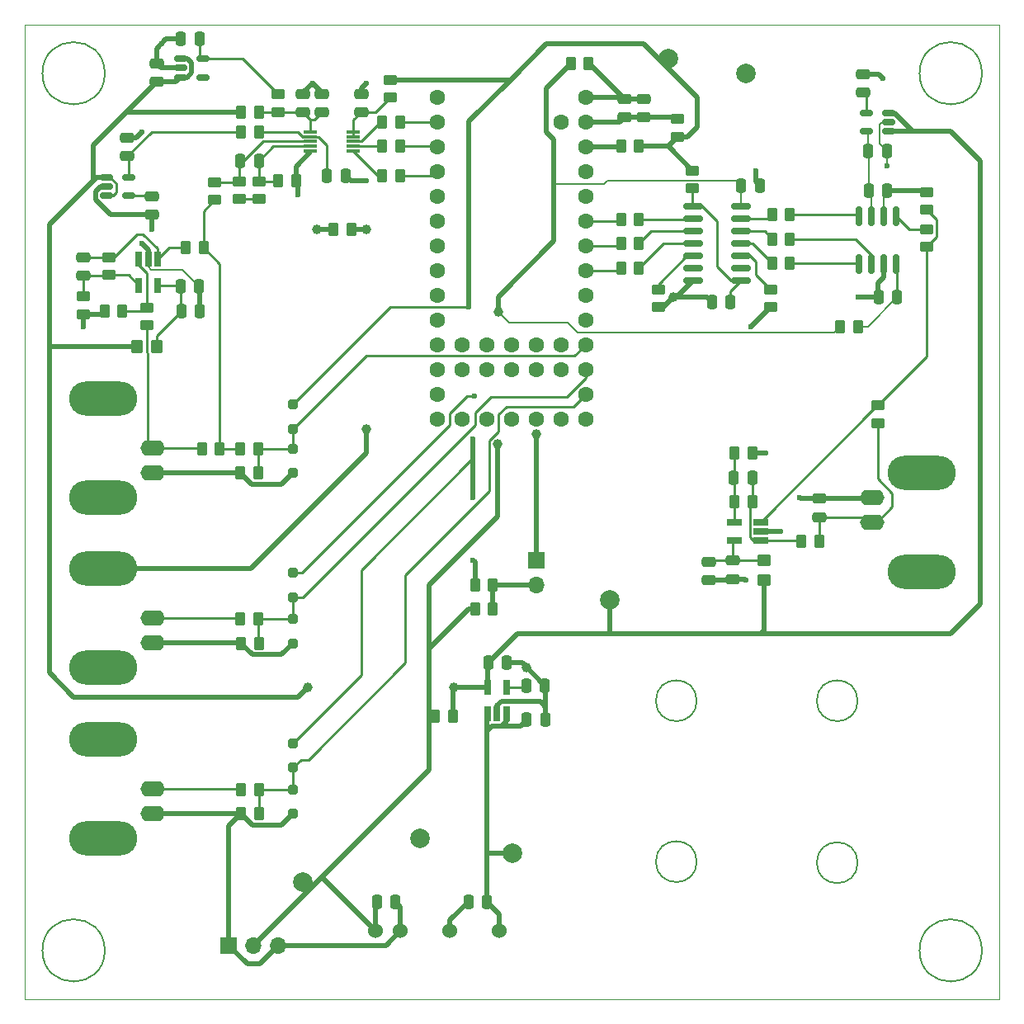
<source format=gtl>
G04 #@! TF.GenerationSoftware,KiCad,Pcbnew,7.0.8-7.0.8~ubuntu22.04.1*
G04 #@! TF.CreationDate,2023-10-06T16:41:22-07:00*
G04 #@! TF.ProjectId,feedbackController,66656564-6261-4636-9b43-6f6e74726f6c,rev?*
G04 #@! TF.SameCoordinates,Original*
G04 #@! TF.FileFunction,Copper,L1,Top*
G04 #@! TF.FilePolarity,Positive*
%FSLAX46Y46*%
G04 Gerber Fmt 4.6, Leading zero omitted, Abs format (unit mm)*
G04 Created by KiCad (PCBNEW 7.0.8-7.0.8~ubuntu22.04.1) date 2023-10-06 16:41:22*
%MOMM*%
%LPD*%
G01*
G04 APERTURE LIST*
G04 Aperture macros list*
%AMRoundRect*
0 Rectangle with rounded corners*
0 $1 Rounding radius*
0 $2 $3 $4 $5 $6 $7 $8 $9 X,Y pos of 4 corners*
0 Add a 4 corners polygon primitive as box body*
4,1,4,$2,$3,$4,$5,$6,$7,$8,$9,$2,$3,0*
0 Add four circle primitives for the rounded corners*
1,1,$1+$1,$2,$3*
1,1,$1+$1,$4,$5*
1,1,$1+$1,$6,$7*
1,1,$1+$1,$8,$9*
0 Add four rect primitives between the rounded corners*
20,1,$1+$1,$2,$3,$4,$5,0*
20,1,$1+$1,$4,$5,$6,$7,0*
20,1,$1+$1,$6,$7,$8,$9,0*
20,1,$1+$1,$8,$9,$2,$3,0*%
G04 Aperture macros list end*
G04 #@! TA.AperFunction,SMDPad,CuDef*
%ADD10RoundRect,0.250000X0.450000X-0.262500X0.450000X0.262500X-0.450000X0.262500X-0.450000X-0.262500X0*%
G04 #@! TD*
G04 #@! TA.AperFunction,SMDPad,CuDef*
%ADD11RoundRect,0.250000X-0.250000X-0.475000X0.250000X-0.475000X0.250000X0.475000X-0.250000X0.475000X0*%
G04 #@! TD*
G04 #@! TA.AperFunction,SMDPad,CuDef*
%ADD12RoundRect,0.250000X-0.262500X-0.450000X0.262500X-0.450000X0.262500X0.450000X-0.262500X0.450000X0*%
G04 #@! TD*
G04 #@! TA.AperFunction,SMDPad,CuDef*
%ADD13RoundRect,0.250000X-0.475000X0.250000X-0.475000X-0.250000X0.475000X-0.250000X0.475000X0.250000X0*%
G04 #@! TD*
G04 #@! TA.AperFunction,SMDPad,CuDef*
%ADD14RoundRect,0.250000X0.262500X0.450000X-0.262500X0.450000X-0.262500X-0.450000X0.262500X-0.450000X0*%
G04 #@! TD*
G04 #@! TA.AperFunction,SMDPad,CuDef*
%ADD15RoundRect,0.250000X-0.450000X0.262500X-0.450000X-0.262500X0.450000X-0.262500X0.450000X0.262500X0*%
G04 #@! TD*
G04 #@! TA.AperFunction,SMDPad,CuDef*
%ADD16RoundRect,0.250000X0.250000X-0.250000X0.250000X0.250000X-0.250000X0.250000X-0.250000X-0.250000X0*%
G04 #@! TD*
G04 #@! TA.AperFunction,SMDPad,CuDef*
%ADD17RoundRect,0.250000X0.475000X-0.250000X0.475000X0.250000X-0.475000X0.250000X-0.475000X-0.250000X0*%
G04 #@! TD*
G04 #@! TA.AperFunction,SMDPad,CuDef*
%ADD18R,0.650000X1.560000*%
G04 #@! TD*
G04 #@! TA.AperFunction,ComponentPad*
%ADD19C,2.000000*%
G04 #@! TD*
G04 #@! TA.AperFunction,SMDPad,CuDef*
%ADD20RoundRect,0.150000X-0.825000X-0.150000X0.825000X-0.150000X0.825000X0.150000X-0.825000X0.150000X0*%
G04 #@! TD*
G04 #@! TA.AperFunction,SMDPad,CuDef*
%ADD21RoundRect,0.250000X0.250000X0.475000X-0.250000X0.475000X-0.250000X-0.475000X0.250000X-0.475000X0*%
G04 #@! TD*
G04 #@! TA.AperFunction,SMDPad,CuDef*
%ADD22RoundRect,0.150000X-0.512500X-0.150000X0.512500X-0.150000X0.512500X0.150000X-0.512500X0.150000X0*%
G04 #@! TD*
G04 #@! TA.AperFunction,ComponentPad*
%ADD23R,1.700000X1.700000*%
G04 #@! TD*
G04 #@! TA.AperFunction,ComponentPad*
%ADD24O,1.700000X1.700000*%
G04 #@! TD*
G04 #@! TA.AperFunction,SMDPad,CuDef*
%ADD25RoundRect,0.150000X-0.150000X0.825000X-0.150000X-0.825000X0.150000X-0.825000X0.150000X0.825000X0*%
G04 #@! TD*
G04 #@! TA.AperFunction,SMDPad,CuDef*
%ADD26R,1.560000X0.650000*%
G04 #@! TD*
G04 #@! TA.AperFunction,ComponentPad*
%ADD27C,1.524000*%
G04 #@! TD*
G04 #@! TA.AperFunction,ComponentPad*
%ADD28O,2.500000X1.600000*%
G04 #@! TD*
G04 #@! TA.AperFunction,ComponentPad*
%ADD29O,7.000000X3.500000*%
G04 #@! TD*
G04 #@! TA.AperFunction,SMDPad,CuDef*
%ADD30RoundRect,0.250000X0.450000X-0.350000X0.450000X0.350000X-0.450000X0.350000X-0.450000X-0.350000X0*%
G04 #@! TD*
G04 #@! TA.AperFunction,SMDPad,CuDef*
%ADD31R,1.400000X0.300000*%
G04 #@! TD*
G04 #@! TA.AperFunction,SMDPad,CuDef*
%ADD32RoundRect,0.250000X0.350000X0.450000X-0.350000X0.450000X-0.350000X-0.450000X0.350000X-0.450000X0*%
G04 #@! TD*
G04 #@! TA.AperFunction,SMDPad,CuDef*
%ADD33RoundRect,0.150000X0.512500X0.150000X-0.512500X0.150000X-0.512500X-0.150000X0.512500X-0.150000X0*%
G04 #@! TD*
G04 #@! TA.AperFunction,ComponentPad*
%ADD34C,1.600000*%
G04 #@! TD*
G04 #@! TA.AperFunction,ViaPad*
%ADD35C,0.600000*%
G04 #@! TD*
G04 #@! TA.AperFunction,ViaPad*
%ADD36C,1.000000*%
G04 #@! TD*
G04 #@! TA.AperFunction,Conductor*
%ADD37C,0.500000*%
G04 #@! TD*
G04 #@! TA.AperFunction,Conductor*
%ADD38C,0.200000*%
G04 #@! TD*
G04 #@! TA.AperFunction,Conductor*
%ADD39C,0.250000*%
G04 #@! TD*
%ADD40C,0.150000*%
G04 #@! TA.AperFunction,Profile*
%ADD41C,0.100000*%
G04 #@! TD*
G04 APERTURE END LIST*
D10*
X115000000Y-79000000D03*
X115000000Y-77175000D03*
D11*
X101450000Y-117850000D03*
X103350000Y-117850000D03*
D12*
X72087500Y-93500000D03*
X73912500Y-93500000D03*
D13*
X78500000Y-57100000D03*
X78500000Y-59000000D03*
D11*
X66050000Y-79385380D03*
X67950000Y-79385380D03*
D14*
X113000000Y-75000000D03*
X111175000Y-75000000D03*
D12*
X72175000Y-128500000D03*
X74000000Y-128500000D03*
D15*
X74000000Y-66087500D03*
X74000000Y-67912500D03*
D16*
X77500000Y-91500000D03*
X77500000Y-89000000D03*
D17*
X84500000Y-59000000D03*
X84500000Y-57100000D03*
D18*
X97500000Y-120700000D03*
X98450000Y-120700000D03*
X99400000Y-120700000D03*
X99400000Y-118000000D03*
X97500000Y-118000000D03*
D14*
X128500000Y-72000000D03*
X126675000Y-72000000D03*
X77825000Y-66000000D03*
X76000000Y-66000000D03*
X128500000Y-69500000D03*
X126675000Y-69500000D03*
D17*
X131500000Y-100560000D03*
X131500000Y-98660000D03*
D18*
X63600000Y-74085380D03*
X62650000Y-74085380D03*
X61700000Y-74085380D03*
X61700000Y-76785380D03*
X63600000Y-76785380D03*
D13*
X63000000Y-67600000D03*
X63000000Y-69500000D03*
D19*
X124000000Y-55000000D03*
D20*
X118525000Y-68690000D03*
X118525000Y-69960000D03*
X118525000Y-71230000D03*
X118525000Y-72500000D03*
X118525000Y-73770000D03*
X118525000Y-75040000D03*
X118525000Y-76310000D03*
X123475000Y-76310000D03*
X123475000Y-75040000D03*
X123475000Y-73770000D03*
X123475000Y-72500000D03*
X123475000Y-71230000D03*
X123475000Y-69960000D03*
X123475000Y-68690000D03*
D14*
X135500000Y-81000000D03*
X133675000Y-81000000D03*
D12*
X66500000Y-72885380D03*
X68325000Y-72885380D03*
D21*
X138500000Y-67000000D03*
X136600000Y-67000000D03*
D14*
X113000000Y-70000000D03*
X111175000Y-70000000D03*
D15*
X62500000Y-79045380D03*
X62500000Y-80870380D03*
D14*
X83500000Y-71000000D03*
X81675000Y-71000000D03*
D17*
X63500000Y-55900000D03*
X63500000Y-54000000D03*
D10*
X58587500Y-75710380D03*
X58587500Y-73885380D03*
D14*
X124650000Y-94000000D03*
X122825000Y-94000000D03*
D11*
X72100000Y-64000000D03*
X74000000Y-64000000D03*
D21*
X97400000Y-140000000D03*
X95500000Y-140000000D03*
D14*
X73912500Y-96000000D03*
X72087500Y-96000000D03*
D16*
X77500000Y-126250000D03*
X77500000Y-123750000D03*
D11*
X122750000Y-96500000D03*
X124650000Y-96500000D03*
D12*
X129675000Y-103000000D03*
X131500000Y-103000000D03*
D22*
X66000000Y-53500000D03*
X66000000Y-54450000D03*
X66000000Y-55400000D03*
X68275000Y-55400000D03*
X68275000Y-53500000D03*
D10*
X56000000Y-79710380D03*
X56000000Y-77885380D03*
X117000000Y-61500000D03*
X117000000Y-59675000D03*
D14*
X128500000Y-74500000D03*
X126675000Y-74500000D03*
D10*
X87500000Y-57500000D03*
X87500000Y-55675000D03*
D23*
X102500000Y-105000000D03*
D24*
X102500000Y-107540000D03*
D25*
X139380000Y-69660000D03*
X138110000Y-69660000D03*
X136840000Y-69660000D03*
X135570000Y-69660000D03*
X135570000Y-74610000D03*
X136840000Y-74610000D03*
X138110000Y-74610000D03*
X139380000Y-74610000D03*
D26*
X125500000Y-102950000D03*
X125500000Y-102000000D03*
X125500000Y-101050000D03*
X122800000Y-101050000D03*
X122800000Y-102950000D03*
D27*
X86000000Y-143000000D03*
X88540000Y-143000000D03*
X93620000Y-143000000D03*
X98700000Y-143000000D03*
D11*
X86100000Y-140000000D03*
X88000000Y-140000000D03*
D12*
X68175000Y-93500000D03*
X70000000Y-93500000D03*
D14*
X113000000Y-62500000D03*
X111175000Y-62500000D03*
D11*
X101500000Y-121350000D03*
X103400000Y-121350000D03*
D17*
X56000000Y-75785380D03*
X56000000Y-73885380D03*
D13*
X80500000Y-57100000D03*
X80500000Y-59000000D03*
D11*
X123500000Y-66500000D03*
X125400000Y-66500000D03*
D28*
X63080000Y-93420000D03*
D29*
X58000000Y-98500000D03*
D28*
X63080000Y-95960000D03*
D29*
X58000000Y-88340000D03*
D16*
X77500000Y-108750000D03*
X77500000Y-106250000D03*
D30*
X125825000Y-107000000D03*
X125825000Y-105000000D03*
D11*
X81000000Y-65500000D03*
X82900000Y-65500000D03*
D23*
X70920000Y-144500000D03*
D24*
X73460000Y-144500000D03*
X76000000Y-144500000D03*
D19*
X100000000Y-135000000D03*
D21*
X67900000Y-51500000D03*
X66000000Y-51500000D03*
D31*
X79300000Y-61000000D03*
X79300000Y-61500000D03*
X79300000Y-62000000D03*
X79300000Y-62500000D03*
X79300000Y-63000000D03*
X83700000Y-63000000D03*
X83700000Y-62500000D03*
X83700000Y-62000000D03*
X83700000Y-61500000D03*
X83700000Y-61000000D03*
D28*
X63080000Y-128420000D03*
D29*
X58000000Y-133500000D03*
D28*
X63080000Y-130960000D03*
D29*
X58000000Y-123340000D03*
D17*
X136000000Y-57000000D03*
X136000000Y-55100000D03*
D14*
X74000000Y-61000000D03*
X72175000Y-61000000D03*
X74000000Y-113500000D03*
X72175000Y-113500000D03*
D19*
X116000000Y-53500000D03*
D14*
X93912500Y-121000000D03*
X92087500Y-121000000D03*
D11*
X65950000Y-76885380D03*
X67850000Y-76885380D03*
D28*
X136920000Y-101080000D03*
D29*
X142000000Y-96000000D03*
D28*
X136920000Y-98540000D03*
D29*
X142000000Y-106160000D03*
D14*
X74000000Y-59000000D03*
X72175000Y-59000000D03*
D17*
X60500000Y-63500000D03*
X60500000Y-61600000D03*
D12*
X86675000Y-62500000D03*
X88500000Y-62500000D03*
D19*
X110000000Y-109000000D03*
D10*
X118500000Y-66825000D03*
X118500000Y-65000000D03*
D13*
X122650000Y-105000000D03*
X122650000Y-106900000D03*
D32*
X63500000Y-83045380D03*
X61500000Y-83045380D03*
D14*
X98000000Y-110000000D03*
X96175000Y-110000000D03*
X113000000Y-72500000D03*
X111175000Y-72500000D03*
X74000000Y-131000000D03*
X72175000Y-131000000D03*
D11*
X97550000Y-115500000D03*
X99450000Y-115500000D03*
D12*
X72087500Y-111000000D03*
X73912500Y-111000000D03*
D15*
X69500000Y-66175000D03*
X69500000Y-68000000D03*
D16*
X77500000Y-113500000D03*
X77500000Y-111000000D03*
D15*
X137500000Y-89087500D03*
X137500000Y-90912500D03*
X142500000Y-67175000D03*
X142500000Y-69000000D03*
D33*
X138637500Y-60950000D03*
X138637500Y-60000000D03*
X138637500Y-59050000D03*
X136362500Y-59050000D03*
X136362500Y-60950000D03*
D15*
X126500000Y-77175000D03*
X126500000Y-79000000D03*
D14*
X98000000Y-107500000D03*
X96175000Y-107500000D03*
D12*
X86675000Y-65500000D03*
X88500000Y-65500000D03*
D19*
X90500000Y-133500000D03*
D11*
X120500000Y-78500000D03*
X122400000Y-78500000D03*
D13*
X120150000Y-105100000D03*
X120150000Y-107000000D03*
D10*
X76000000Y-59000000D03*
X76000000Y-57175000D03*
D16*
X77500000Y-131000000D03*
X77500000Y-128500000D03*
D19*
X78500000Y-138000000D03*
D13*
X111500000Y-57600000D03*
X111500000Y-59500000D03*
D15*
X142500000Y-71000000D03*
X142500000Y-72825000D03*
D21*
X139500000Y-78000000D03*
X137600000Y-78000000D03*
D12*
X86675000Y-60000000D03*
X88500000Y-60000000D03*
D28*
X63080000Y-110920000D03*
D29*
X58000000Y-116000000D03*
D28*
X63080000Y-113460000D03*
D29*
X58000000Y-105840000D03*
D16*
X77500000Y-96000000D03*
X77500000Y-93500000D03*
D10*
X72000000Y-67912500D03*
X72000000Y-66087500D03*
D11*
X136550000Y-63000000D03*
X138450000Y-63000000D03*
D34*
X92300000Y-57460000D03*
X92300000Y-60000000D03*
X92300000Y-62540000D03*
X92300000Y-65080000D03*
X92300000Y-67620000D03*
X92300000Y-70160000D03*
X92300000Y-72700000D03*
X92300000Y-75240000D03*
X92300000Y-77780000D03*
X92300000Y-80320000D03*
X92300000Y-82860000D03*
X92300000Y-85400000D03*
X92300000Y-87940000D03*
X92300000Y-90480000D03*
X94840000Y-90480000D03*
X97380000Y-90480000D03*
X99920000Y-90480000D03*
X102460000Y-90480000D03*
X105000000Y-90480000D03*
X107540000Y-90480000D03*
X107540000Y-87940000D03*
X107540000Y-85400000D03*
X107540000Y-82860000D03*
X107540000Y-80320000D03*
X107540000Y-77780000D03*
X107540000Y-75240000D03*
X107540000Y-72700000D03*
X107540000Y-70160000D03*
X107540000Y-67620000D03*
X107540000Y-65080000D03*
X107540000Y-62540000D03*
X107540000Y-60000000D03*
X107540000Y-57460000D03*
X105000000Y-60000000D03*
X105000000Y-85400000D03*
X105000000Y-82860000D03*
X102460000Y-85400000D03*
X102460000Y-82860000D03*
X99920000Y-85400000D03*
X99920000Y-82860000D03*
X97380000Y-85400000D03*
X97380000Y-82860000D03*
X94840000Y-85400000D03*
X94840000Y-82860000D03*
D12*
X122825000Y-99000000D03*
X124650000Y-99000000D03*
D14*
X107825000Y-54000000D03*
X106000000Y-54000000D03*
D13*
X113500000Y-57600000D03*
X113500000Y-59500000D03*
D12*
X58175000Y-79385380D03*
X60000000Y-79385380D03*
D22*
X58362500Y-65650000D03*
X58362500Y-66600000D03*
X58362500Y-67550000D03*
X60637500Y-67550000D03*
X60637500Y-65650000D03*
D35*
X138500000Y-64500000D03*
D36*
X101500000Y-116000000D03*
D35*
X129500000Y-98500000D03*
X140500000Y-67000000D03*
X126000000Y-94000000D03*
X78000000Y-67500000D03*
X138000000Y-55500000D03*
X63000000Y-71000000D03*
X79500000Y-56000000D03*
X62000000Y-72500000D03*
D36*
X80000000Y-71000000D03*
D35*
X127500000Y-102000000D03*
X124000000Y-107000000D03*
X62000000Y-61000000D03*
X56000000Y-81045380D03*
X64000000Y-52000000D03*
D36*
X98564000Y-79500000D03*
X98500000Y-93000000D03*
X85000000Y-91500000D03*
X116500000Y-78000000D03*
D35*
X125000000Y-65000000D03*
X85000000Y-56000000D03*
D36*
X85000000Y-71000000D03*
X102500000Y-92000000D03*
D35*
X124500000Y-81000000D03*
X85000000Y-66000000D03*
X135500000Y-78000000D03*
D36*
X79000000Y-118000000D03*
X94000000Y-118000000D03*
D35*
X96000000Y-105000000D03*
X95501738Y-79000000D03*
X96000000Y-98500000D03*
X95992000Y-92500000D03*
X96090000Y-88090000D03*
D37*
X140500000Y-67000000D02*
X142325000Y-67000000D01*
X103400000Y-121350000D02*
X103400000Y-120000000D01*
D38*
X137675000Y-60300000D02*
X137975000Y-60000000D01*
D37*
X56000000Y-79710380D02*
X56000000Y-81045380D01*
X62000000Y-72500000D02*
X62650000Y-73150000D01*
X78500000Y-57000000D02*
X79500000Y-56000000D01*
D38*
X62950000Y-75165380D02*
X66130000Y-75165380D01*
D37*
X138500000Y-67000000D02*
X140500000Y-67000000D01*
X72087500Y-96000000D02*
X62620000Y-96000000D01*
X131500000Y-98660000D02*
X137300000Y-98660000D01*
X73237500Y-97150000D02*
X76350000Y-97150000D01*
X63500000Y-52500000D02*
X64500000Y-51500000D01*
X67950000Y-76985380D02*
X67850000Y-76885380D01*
X58801472Y-69500000D02*
X63000000Y-69500000D01*
X101000000Y-115500000D02*
X99450000Y-115500000D01*
X56000000Y-79710380D02*
X57850000Y-79710380D01*
X98450000Y-120700000D02*
X98450000Y-119908604D01*
X58362500Y-66600000D02*
X57801472Y-66600000D01*
X98888604Y-119470000D02*
X102870000Y-119470000D01*
X72087500Y-96000000D02*
X73237500Y-97150000D01*
D38*
X62650000Y-74085380D02*
X62650000Y-74865380D01*
D37*
X78000000Y-66175000D02*
X77825000Y-66000000D01*
X142325000Y-67000000D02*
X142500000Y-67175000D01*
X63000000Y-71000000D02*
X63000000Y-69500000D01*
X77825000Y-64575000D02*
X79300000Y-63100000D01*
X103400000Y-117900000D02*
X103350000Y-117850000D01*
X80000000Y-71000000D02*
X81675000Y-71000000D01*
X64500000Y-51500000D02*
X66000000Y-51500000D01*
X78000000Y-67500000D02*
X78000000Y-66175000D01*
X77825000Y-66000000D02*
X77825000Y-64575000D01*
X78500000Y-57100000D02*
X78500000Y-57000000D01*
X80500000Y-57000000D02*
X79500000Y-56000000D01*
D38*
X62650000Y-74865380D02*
X62950000Y-75165380D01*
X66130000Y-75165380D02*
X67850000Y-76885380D01*
D37*
X129660000Y-98660000D02*
X129500000Y-98500000D01*
X57250000Y-67151472D02*
X57250000Y-67948528D01*
D38*
X138500000Y-64500000D02*
X138500000Y-63050000D01*
X138110000Y-67390000D02*
X138500000Y-67000000D01*
D37*
X66000000Y-54450000D02*
X63950000Y-54450000D01*
X57250000Y-67948528D02*
X58801472Y-69500000D01*
X61400000Y-61600000D02*
X62000000Y-61000000D01*
X76350000Y-97150000D02*
X77500000Y-96000000D01*
X93620000Y-143000000D02*
X93620000Y-141880000D01*
D38*
X137975000Y-60000000D02*
X138637500Y-60000000D01*
D37*
X80500000Y-57100000D02*
X80500000Y-57000000D01*
D38*
X138450000Y-63000000D02*
X137675000Y-62225000D01*
D37*
X136000000Y-55100000D02*
X137600000Y-55100000D01*
X120150000Y-107000000D02*
X122550000Y-107000000D01*
X122650000Y-106900000D02*
X123900000Y-106900000D01*
X60500000Y-61600000D02*
X61400000Y-61600000D01*
D38*
X137675000Y-62225000D02*
X137675000Y-60300000D01*
D37*
X131500000Y-98660000D02*
X129660000Y-98660000D01*
X102870000Y-119470000D02*
X103400000Y-120000000D01*
X103350000Y-117850000D02*
X101000000Y-115500000D01*
X137600000Y-55100000D02*
X138000000Y-55500000D01*
X122550000Y-107000000D02*
X122650000Y-106900000D01*
X124650000Y-94000000D02*
X126000000Y-94000000D01*
X125500000Y-102000000D02*
X127500000Y-102000000D01*
D38*
X138110000Y-69660000D02*
X138110000Y-67390000D01*
D37*
X63500000Y-54000000D02*
X63500000Y-52500000D01*
X98450000Y-119908604D02*
X98888604Y-119470000D01*
X67950000Y-79385380D02*
X67950000Y-76985380D01*
D38*
X138500000Y-63050000D02*
X138450000Y-63000000D01*
D37*
X57801472Y-66600000D02*
X57250000Y-67151472D01*
X93620000Y-141880000D02*
X95500000Y-140000000D01*
X123900000Y-106900000D02*
X124000000Y-107000000D01*
X62650000Y-73150000D02*
X62650000Y-74085380D01*
X57850000Y-79710380D02*
X58175000Y-79385380D01*
X63950000Y-54450000D02*
X63500000Y-54000000D01*
X103400000Y-120000000D02*
X103400000Y-117900000D01*
X98564000Y-79500000D02*
X98564000Y-77936000D01*
D38*
X109795852Y-66004148D02*
X109400000Y-66400000D01*
D37*
X91500000Y-107500000D02*
X91500000Y-114000000D01*
D38*
X123500000Y-66500000D02*
X123004148Y-66004148D01*
X109400000Y-66400000D02*
X104372000Y-66400000D01*
D37*
X103500000Y-61000000D02*
X103500000Y-56500000D01*
X104272000Y-61772000D02*
X103500000Y-61000000D01*
X80480000Y-137480000D02*
X73460000Y-144500000D01*
X104272000Y-66500000D02*
X104272000Y-61772000D01*
D38*
X104372000Y-66400000D02*
X104272000Y-66500000D01*
D37*
X86000000Y-143000000D02*
X86000000Y-140100000D01*
D38*
X123475000Y-68690000D02*
X123475000Y-66525000D01*
D37*
X91500000Y-126460000D02*
X80480000Y-137480000D01*
D38*
X99664000Y-80600000D02*
X105702384Y-80600000D01*
X106702384Y-81600000D02*
X133075000Y-81600000D01*
D37*
X91500000Y-114000000D02*
X95500000Y-110000000D01*
X103500000Y-56500000D02*
X106000000Y-54000000D01*
D38*
X123475000Y-66525000D02*
X123500000Y-66500000D01*
D37*
X86000000Y-140100000D02*
X86100000Y-140000000D01*
X95500000Y-110000000D02*
X96175000Y-110000000D01*
X104272000Y-72228000D02*
X104272000Y-66500000D01*
D38*
X98564000Y-79500000D02*
X99664000Y-80600000D01*
D37*
X98500000Y-100500000D02*
X91500000Y-107500000D01*
X98500000Y-93000000D02*
X98500000Y-100500000D01*
D38*
X133075000Y-81600000D02*
X133675000Y-81000000D01*
D37*
X86000000Y-143000000D02*
X80480000Y-137480000D01*
X98564000Y-77936000D02*
X104272000Y-72228000D01*
D38*
X105702384Y-80600000D02*
X106702384Y-81600000D01*
D37*
X91500000Y-114000000D02*
X91500000Y-126460000D01*
D38*
X123004148Y-66004148D02*
X109795852Y-66004148D01*
D39*
X60637500Y-63637500D02*
X60500000Y-63500000D01*
X60637500Y-65650000D02*
X60637500Y-63637500D01*
X60500000Y-63500000D02*
X63000000Y-61000000D01*
X63000000Y-61000000D02*
X72175000Y-61000000D01*
D37*
X72135000Y-130960000D02*
X72175000Y-131000000D01*
X107540000Y-60000000D02*
X111000000Y-60000000D01*
X72175000Y-131000000D02*
X73325000Y-132150000D01*
X72820000Y-146400000D02*
X74100000Y-146400000D01*
X70920000Y-144500000D02*
X72820000Y-146400000D01*
X72135000Y-113460000D02*
X72175000Y-113500000D01*
X102500000Y-92000000D02*
X102500000Y-105000000D01*
X76350000Y-114650000D02*
X77500000Y-113500000D01*
X73325000Y-114650000D02*
X76350000Y-114650000D01*
X125000000Y-65000000D02*
X125000000Y-66100000D01*
X73160000Y-105840000D02*
X85000000Y-94000000D01*
X138110000Y-74610000D02*
X138110000Y-75890000D01*
X85000000Y-94000000D02*
X85000000Y-91500000D01*
X84500000Y-56500000D02*
X85000000Y-56000000D01*
X120000000Y-78000000D02*
X120500000Y-78500000D01*
X111500000Y-59500000D02*
X113500000Y-59500000D01*
X116500000Y-78000000D02*
X120000000Y-78000000D01*
X76350000Y-132150000D02*
X77500000Y-131000000D01*
X88540000Y-143000000D02*
X88540000Y-140540000D01*
X83400000Y-66000000D02*
X85000000Y-66000000D01*
X126500000Y-79000000D02*
X124500000Y-81000000D01*
X113500000Y-59500000D02*
X116825000Y-59500000D01*
X85000000Y-71000000D02*
X83500000Y-71000000D01*
X74100000Y-146400000D02*
X76000000Y-144500000D01*
X111000000Y-60000000D02*
X111500000Y-59500000D01*
X70920000Y-132255000D02*
X72175000Y-131000000D01*
X125000000Y-66100000D02*
X125400000Y-66500000D01*
X135500000Y-78000000D02*
X137600000Y-78000000D01*
X87040000Y-144500000D02*
X88540000Y-143000000D01*
X115500000Y-79000000D02*
X115000000Y-79000000D01*
X72175000Y-113500000D02*
X73325000Y-114650000D01*
X138110000Y-75890000D02*
X137500000Y-76500000D01*
X62580000Y-130960000D02*
X72135000Y-130960000D01*
X82900000Y-65500000D02*
X83400000Y-66000000D01*
X116500000Y-78000000D02*
X116835000Y-78000000D01*
X137500000Y-77900000D02*
X137600000Y-78000000D01*
X116835000Y-78000000D02*
X118525000Y-76310000D01*
X116500000Y-78000000D02*
X115500000Y-79000000D01*
X84500000Y-57100000D02*
X84500000Y-56500000D01*
X73325000Y-132150000D02*
X76350000Y-132150000D01*
X76000000Y-144500000D02*
X87040000Y-144500000D01*
X137500000Y-76500000D02*
X137500000Y-77900000D01*
X88540000Y-140540000D02*
X88000000Y-140000000D01*
X62580000Y-113460000D02*
X72135000Y-113460000D01*
X57500000Y-105840000D02*
X73160000Y-105840000D01*
X70920000Y-144500000D02*
X70920000Y-132255000D01*
X116825000Y-59500000D02*
X117000000Y-59675000D01*
D39*
X72325000Y-53500000D02*
X72412500Y-53587500D01*
X67900000Y-53125000D02*
X68275000Y-53500000D01*
X67900000Y-51500000D02*
X67900000Y-53125000D01*
X68275000Y-53500000D02*
X72325000Y-53500000D01*
X72412500Y-53587500D02*
X76000000Y-57175000D01*
X137500000Y-90912500D02*
X137500000Y-96586122D01*
X131500000Y-103000000D02*
X131500000Y-100560000D01*
X131500000Y-100560000D02*
X136900000Y-100560000D01*
X136900000Y-100560000D02*
X137420000Y-101080000D01*
X137500000Y-96586122D02*
X138995000Y-98081122D01*
X138995000Y-98081122D02*
X138995000Y-99505000D01*
X138995000Y-99505000D02*
X137420000Y-101080000D01*
X77500000Y-108750000D02*
X78506588Y-108750000D01*
X107540000Y-86260000D02*
X107540000Y-85400000D01*
X73912500Y-111000000D02*
X77500000Y-111000000D01*
X77500000Y-111000000D02*
X77500000Y-108750000D01*
X97800000Y-88200000D02*
X105600000Y-88200000D01*
X105600000Y-88200000D02*
X107540000Y-86260000D01*
X73912500Y-111000000D02*
X73912500Y-113412500D01*
X96200000Y-89800000D02*
X97800000Y-88200000D01*
X73912500Y-113412500D02*
X74000000Y-113500000D01*
X78506588Y-108750000D02*
X96200000Y-91056588D01*
X96200000Y-91056588D02*
X96200000Y-89800000D01*
X62500000Y-83658554D02*
X62500000Y-80870380D01*
X62580000Y-83738554D02*
X62500000Y-83658554D01*
X68175000Y-93500000D02*
X68095000Y-93420000D01*
X68095000Y-93420000D02*
X62580000Y-93420000D01*
X62580000Y-93420000D02*
X62580000Y-83738554D01*
X72007500Y-110920000D02*
X72087500Y-111000000D01*
X62580000Y-110920000D02*
X72007500Y-110920000D01*
X62580000Y-128420000D02*
X72095000Y-128420000D01*
X72095000Y-128420000D02*
X72175000Y-128500000D01*
D37*
X102460000Y-107500000D02*
X102500000Y-107540000D01*
X98000000Y-107500000D02*
X102460000Y-107500000D01*
X98000000Y-110000000D02*
X98000000Y-107500000D01*
X97400000Y-140000000D02*
X97400000Y-135000000D01*
X97400000Y-122500000D02*
X97400000Y-120800000D01*
X99400000Y-121491396D02*
X99400000Y-120700000D01*
X98891396Y-122000000D02*
X97900000Y-122000000D01*
X98891396Y-122000000D02*
X99400000Y-121491396D01*
X97400000Y-135000000D02*
X97400000Y-122500000D01*
X98700000Y-143000000D02*
X98700000Y-141300000D01*
X100850000Y-122000000D02*
X101500000Y-121350000D01*
X97400000Y-120800000D02*
X97500000Y-120700000D01*
X97400000Y-135000000D02*
X100000000Y-135000000D01*
X98891396Y-122000000D02*
X100850000Y-122000000D01*
X98700000Y-141300000D02*
X97400000Y-140000000D01*
X97900000Y-122000000D02*
X97400000Y-122500000D01*
X148000000Y-64000000D02*
X148000000Y-109500000D01*
X97500000Y-118000000D02*
X97500000Y-115550000D01*
X66662500Y-53500000D02*
X67112500Y-53950000D01*
X57000000Y-66000000D02*
X57000000Y-62400000D01*
X93912500Y-118087500D02*
X94000000Y-118000000D01*
X58362500Y-65650000D02*
X57350000Y-65650000D01*
X52500000Y-116500000D02*
X55000000Y-119000000D01*
X78000000Y-119000000D02*
X79000000Y-118000000D01*
X60500000Y-59000000D02*
X72175000Y-59000000D01*
X93912500Y-121000000D02*
X93912500Y-118087500D01*
X65500000Y-55900000D02*
X66000000Y-55400000D01*
D39*
X59025000Y-67550000D02*
X58362500Y-67550000D01*
D37*
X52545380Y-83045380D02*
X52500000Y-83000000D01*
X94000000Y-118000000D02*
X97500000Y-118000000D01*
D39*
X59350000Y-66253248D02*
X59350000Y-67225000D01*
D37*
X139198528Y-59050000D02*
X141000000Y-60851472D01*
X52500000Y-83000000D02*
X52500000Y-116500000D01*
D39*
X58362500Y-65650000D02*
X58746752Y-65650000D01*
D37*
X97550000Y-115500000D02*
X100550000Y-112500000D01*
X60450000Y-58950000D02*
X63500000Y-55900000D01*
X67112500Y-53950000D02*
X67112500Y-54950000D01*
X141000000Y-60851472D02*
X141000000Y-60950000D01*
X52500000Y-70500000D02*
X52500000Y-83000000D01*
D39*
X58746752Y-65650000D02*
X59350000Y-66253248D01*
D37*
X138637500Y-60950000D02*
X141000000Y-60950000D01*
X141000000Y-60950000D02*
X144950000Y-60950000D01*
X145000000Y-112500000D02*
X125500000Y-112500000D01*
X55000000Y-119000000D02*
X78000000Y-119000000D01*
X97500000Y-115550000D02*
X97550000Y-115500000D01*
X144950000Y-60950000D02*
X148000000Y-64000000D01*
X57350000Y-65650000D02*
X57000000Y-66000000D01*
X148000000Y-109500000D02*
X145000000Y-112500000D01*
X110000000Y-112500000D02*
X125500000Y-112500000D01*
D39*
X59350000Y-67225000D02*
X59025000Y-67550000D01*
D37*
X110000000Y-112500000D02*
X110000000Y-109000000D01*
X57000000Y-62400000D02*
X60450000Y-58950000D01*
X125825000Y-107000000D02*
X125825000Y-112175000D01*
X100550000Y-112500000D02*
X110000000Y-112500000D01*
X67112500Y-54950000D02*
X66662500Y-55400000D01*
X57000000Y-66000000D02*
X52500000Y-70500000D01*
X63500000Y-55900000D02*
X65500000Y-55900000D01*
X61500000Y-83045380D02*
X52545380Y-83045380D01*
X66662500Y-55400000D02*
X66000000Y-55400000D01*
X138637500Y-59050000D02*
X139198528Y-59050000D01*
X125825000Y-112175000D02*
X125500000Y-112500000D01*
X60450000Y-58950000D02*
X60500000Y-59000000D01*
X66000000Y-53500000D02*
X66662500Y-53500000D01*
D39*
X120250000Y-105000000D02*
X120150000Y-105100000D01*
X122650000Y-105000000D02*
X122650000Y-103100000D01*
X122650000Y-105000000D02*
X120250000Y-105000000D01*
X122650000Y-105000000D02*
X125150000Y-105000000D01*
X122650000Y-103100000D02*
X122800000Y-102950000D01*
X122800000Y-94025000D02*
X122825000Y-94000000D01*
X122800000Y-101050000D02*
X122800000Y-94025000D01*
D38*
X136550000Y-61137500D02*
X136362500Y-60950000D01*
X136840000Y-69660000D02*
X136840000Y-67240000D01*
X136600000Y-67000000D02*
X136600000Y-63050000D01*
X136550000Y-63000000D02*
X136550000Y-61137500D01*
X136840000Y-67240000D02*
X136600000Y-67000000D01*
X136600000Y-63050000D02*
X136550000Y-63000000D01*
D39*
X136362500Y-57362500D02*
X136000000Y-57000000D01*
X136362500Y-59050000D02*
X136362500Y-57362500D01*
D37*
X113500000Y-52000000D02*
X103500000Y-52000000D01*
X116000000Y-62500000D02*
X118500000Y-65000000D01*
D39*
X87500000Y-79000000D02*
X77500000Y-89000000D01*
D37*
X95501738Y-79000000D02*
X95568000Y-78933738D01*
X96175000Y-107500000D02*
X96175000Y-105175000D01*
X118000000Y-61500000D02*
X119000000Y-60500000D01*
D39*
X78465294Y-106250000D02*
X77500000Y-106250000D01*
X84500000Y-116750000D02*
X77500000Y-123750000D01*
D37*
X95568000Y-78933738D02*
X95568000Y-59932000D01*
D39*
X84500000Y-106000000D02*
X84500000Y-116750000D01*
D37*
X119000000Y-57500000D02*
X113500000Y-52000000D01*
X113000000Y-62500000D02*
X116000000Y-62500000D01*
X96175000Y-105175000D02*
X96000000Y-105000000D01*
D39*
X96090000Y-88090000D02*
X95410000Y-88090000D01*
X95992000Y-94508000D02*
X84500000Y-106000000D01*
X95410000Y-88090000D02*
X93600000Y-89900000D01*
X95501738Y-79000000D02*
X87500000Y-79000000D01*
D37*
X117000000Y-61500000D02*
X118000000Y-61500000D01*
X95992000Y-92500000D02*
X95992000Y-98492000D01*
X95568000Y-59932000D02*
X99825000Y-55675000D01*
X119000000Y-60500000D02*
X119000000Y-57500000D01*
D39*
X93600000Y-91115294D02*
X78465294Y-106250000D01*
D37*
X103500000Y-52000000D02*
X99825000Y-55675000D01*
X116000000Y-62500000D02*
X117000000Y-61500000D01*
X95992000Y-98492000D02*
X96000000Y-98500000D01*
D39*
X93600000Y-89900000D02*
X93600000Y-91115294D01*
D37*
X99825000Y-55675000D02*
X87500000Y-55675000D01*
D39*
X142500000Y-72825000D02*
X143525000Y-71800000D01*
X143525000Y-70025000D02*
X142500000Y-69000000D01*
X137500000Y-89087500D02*
X137462500Y-89087500D01*
X137462500Y-89087500D02*
X125500000Y-101050000D01*
X142500000Y-84087500D02*
X137500000Y-89087500D01*
X143525000Y-71800000D02*
X143525000Y-70025000D01*
X142500000Y-72825000D02*
X142500000Y-84087500D01*
X56000000Y-77885380D02*
X56000000Y-75785380D01*
X58512500Y-75785380D02*
X58587500Y-75710380D01*
X56500000Y-75785380D02*
X58512500Y-75785380D01*
X58587500Y-75710380D02*
X60625000Y-75710380D01*
X60625000Y-75710380D02*
X61700000Y-76785380D01*
X58587500Y-73885380D02*
X56500000Y-73885380D01*
X63600000Y-72985380D02*
X63600000Y-74085380D01*
X64800000Y-72885380D02*
X66500000Y-72885380D01*
X63600000Y-74085380D02*
X64800000Y-72885380D01*
X61500000Y-71500000D02*
X62114620Y-71500000D01*
X61500000Y-71500000D02*
X59114620Y-73885380D01*
X59114620Y-73885380D02*
X58587500Y-73885380D01*
X62114620Y-71500000D02*
X63600000Y-72985380D01*
X63600000Y-76785380D02*
X65850000Y-76785380D01*
X63500000Y-83045380D02*
X63500000Y-81935380D01*
X63500000Y-81935380D02*
X66050000Y-79385380D01*
X65950000Y-76885380D02*
X65950000Y-79285380D01*
X65850000Y-76785380D02*
X65950000Y-76885380D01*
X65950000Y-79285380D02*
X66050000Y-79385380D01*
X79300000Y-62000000D02*
X74461826Y-62000000D01*
X71912500Y-66175000D02*
X72000000Y-66087500D01*
X72461826Y-64000000D02*
X72100000Y-64000000D01*
X74461826Y-62000000D02*
X72461826Y-64000000D01*
X69500000Y-66175000D02*
X71912500Y-66175000D01*
X72000000Y-66087500D02*
X72000000Y-64100000D01*
X72000000Y-64100000D02*
X72100000Y-64000000D01*
X75500000Y-62500000D02*
X79300000Y-62500000D01*
X74000000Y-66087500D02*
X75912500Y-66087500D01*
X74000000Y-66087500D02*
X74000000Y-64000000D01*
X74000000Y-64000000D02*
X75500000Y-62500000D01*
X75912500Y-66087500D02*
X76000000Y-66000000D01*
X79300000Y-59800000D02*
X79700000Y-59800000D01*
X79700000Y-59800000D02*
X80500000Y-59000000D01*
X79300000Y-59800000D02*
X78500000Y-59000000D01*
X74000000Y-59000000D02*
X78500000Y-59000000D01*
X79300000Y-61000000D02*
X79300000Y-59800000D01*
X81000000Y-62390380D02*
X81000000Y-65500000D01*
X78490380Y-61500000D02*
X79300000Y-61500000D01*
X74000000Y-61000000D02*
X77990380Y-61000000D01*
X80109620Y-61500000D02*
X81000000Y-62390380D01*
X77990380Y-61000000D02*
X78490380Y-61500000D01*
X79300000Y-61500000D02*
X80109620Y-61500000D01*
X84500000Y-59000000D02*
X86000000Y-59000000D01*
X86000000Y-59000000D02*
X87500000Y-57500000D01*
X83700000Y-59800000D02*
X84500000Y-59000000D01*
X83700000Y-61000000D02*
X83700000Y-59800000D01*
X83700000Y-61500000D02*
X83700000Y-61000000D01*
X121000000Y-70190000D02*
X121000000Y-74810000D01*
X118500000Y-68665000D02*
X118525000Y-68690000D01*
X122500000Y-76310000D02*
X123475000Y-76310000D01*
X122400000Y-77385000D02*
X123475000Y-76310000D01*
X118525000Y-68690000D02*
X119500000Y-68690000D01*
X122400000Y-78500000D02*
X122400000Y-77385000D01*
X119500000Y-68690000D02*
X121000000Y-70190000D01*
X121000000Y-74810000D02*
X122500000Y-76310000D01*
X118500000Y-66825000D02*
X118500000Y-68665000D01*
D37*
X107540000Y-57460000D02*
X111360000Y-57460000D01*
X107825000Y-54000000D02*
X107900000Y-54000000D01*
X111500000Y-57600000D02*
X113500000Y-57600000D01*
X107900000Y-54000000D02*
X111500000Y-57600000D01*
X111360000Y-57460000D02*
X111500000Y-57600000D01*
D39*
X124720000Y-102950000D02*
X125500000Y-102950000D01*
X124650000Y-99000000D02*
X124650000Y-96500000D01*
X124650000Y-99000000D02*
X124395000Y-99255000D01*
X124395000Y-99255000D02*
X124395000Y-102625000D01*
X129625000Y-102950000D02*
X129675000Y-103000000D01*
X124395000Y-102625000D02*
X124720000Y-102950000D01*
X125500000Y-102950000D02*
X129625000Y-102950000D01*
D38*
X135500000Y-81000000D02*
X136500000Y-81000000D01*
X136500000Y-81000000D02*
X139500000Y-78000000D01*
D39*
X139500000Y-74730000D02*
X139380000Y-74610000D01*
X139500000Y-78000000D02*
X139500000Y-74730000D01*
X60637500Y-67550000D02*
X62950000Y-67550000D01*
X101300000Y-118000000D02*
X101450000Y-117850000D01*
X99400000Y-118000000D02*
X101300000Y-118000000D01*
X78325000Y-125425000D02*
X79075000Y-125425000D01*
X106280000Y-89200000D02*
X107540000Y-87940000D01*
X89000000Y-115500000D02*
X89000000Y-106500000D01*
X77500000Y-126250000D02*
X78325000Y-125425000D01*
X79075000Y-125425000D02*
X89000000Y-115500000D01*
X77500000Y-128500000D02*
X77500000Y-126250000D01*
X89000000Y-106500000D02*
X97675000Y-97825000D01*
X74000000Y-128500000D02*
X77500000Y-128500000D01*
X98600000Y-91733273D02*
X98600000Y-90000000D01*
X97675000Y-92658273D02*
X98600000Y-91733273D01*
X99400000Y-89200000D02*
X106280000Y-89200000D01*
X74000000Y-131000000D02*
X74000000Y-128500000D01*
X98600000Y-90000000D02*
X99400000Y-89200000D01*
X97675000Y-97825000D02*
X97675000Y-92658273D01*
X73912500Y-96000000D02*
X73912500Y-93500000D01*
X77500000Y-91500000D02*
X85000000Y-84000000D01*
X73912500Y-93500000D02*
X77500000Y-93500000D01*
X85000000Y-84000000D02*
X106400000Y-84000000D01*
X106400000Y-84000000D02*
X107540000Y-82860000D01*
X77500000Y-93500000D02*
X77500000Y-91500000D01*
X60000000Y-79385380D02*
X62325000Y-79385380D01*
X62500000Y-75500000D02*
X61700000Y-74700000D01*
X62500000Y-79045380D02*
X62500000Y-75500000D01*
X61700000Y-74700000D02*
X61700000Y-74085380D01*
X70000000Y-93500000D02*
X70000000Y-74560380D01*
X70000000Y-74560380D02*
X68325000Y-72885380D01*
X70000000Y-93500000D02*
X72087500Y-93500000D01*
X68325000Y-72885380D02*
X68325000Y-69175000D01*
X68325000Y-69175000D02*
X69500000Y-68000000D01*
X72000000Y-67912500D02*
X74000000Y-67912500D01*
X88500000Y-60000000D02*
X92300000Y-60000000D01*
X83700000Y-62000000D02*
X84509620Y-62000000D01*
X86509620Y-60000000D02*
X86675000Y-60000000D01*
X84509620Y-62000000D02*
X86509620Y-60000000D01*
X88500000Y-62500000D02*
X92260000Y-62500000D01*
X92260000Y-62500000D02*
X92300000Y-62540000D01*
X83700000Y-62500000D02*
X86675000Y-62500000D01*
X91880000Y-65500000D02*
X92300000Y-65080000D01*
X88500000Y-65500000D02*
X91880000Y-65500000D01*
X86200000Y-65500000D02*
X86675000Y-65500000D01*
X83700000Y-63000000D02*
X86200000Y-65500000D01*
X113000000Y-70000000D02*
X118485000Y-70000000D01*
X118485000Y-70000000D02*
X118525000Y-69960000D01*
X107540000Y-70160000D02*
X111015000Y-70160000D01*
X111015000Y-70160000D02*
X111175000Y-70000000D01*
X113000000Y-72500000D02*
X114270000Y-71230000D01*
X114270000Y-71230000D02*
X118525000Y-71230000D01*
X110975000Y-72700000D02*
X111175000Y-72500000D01*
X107540000Y-72700000D02*
X110975000Y-72700000D01*
X115500000Y-72500000D02*
X118525000Y-72500000D01*
X113000000Y-75000000D02*
X115500000Y-72500000D01*
X107540000Y-75240000D02*
X110935000Y-75240000D01*
X110935000Y-75240000D02*
X111175000Y-75000000D01*
X115000000Y-76662500D02*
X117892500Y-73770000D01*
X115000000Y-77175000D02*
X115000000Y-76662500D01*
X117892500Y-73770000D02*
X118525000Y-73770000D01*
X125000000Y-74320000D02*
X125000000Y-75675000D01*
X123475000Y-73770000D02*
X124450000Y-73770000D01*
X125000000Y-75675000D02*
X126500000Y-77175000D01*
X124450000Y-73770000D02*
X125000000Y-74320000D01*
X128500000Y-69500000D02*
X135410000Y-69500000D01*
X135410000Y-69500000D02*
X135570000Y-69660000D01*
X123475000Y-69960000D02*
X126215000Y-69960000D01*
X126215000Y-69960000D02*
X126675000Y-69500000D01*
X128500000Y-72000000D02*
X135205000Y-72000000D01*
X136840000Y-73635000D02*
X136840000Y-74610000D01*
X135205000Y-72000000D02*
X136840000Y-73635000D01*
X125905000Y-71230000D02*
X126675000Y-72000000D01*
X123475000Y-71230000D02*
X125905000Y-71230000D01*
X128500000Y-74500000D02*
X135460000Y-74500000D01*
X135460000Y-74500000D02*
X135570000Y-74610000D01*
X124675000Y-72500000D02*
X126675000Y-74500000D01*
X123475000Y-72500000D02*
X124675000Y-72500000D01*
D37*
X111135000Y-62540000D02*
X111175000Y-62500000D01*
X107540000Y-62540000D02*
X111135000Y-62540000D01*
D39*
X142500000Y-71000000D02*
X140720000Y-71000000D01*
X140720000Y-71000000D02*
X139380000Y-69660000D01*
D40*
X135450000Y-119380000D02*
G75*
G03*
X135450000Y-119380000I-2100000J0D01*
G01*
X148200000Y-55000000D02*
G75*
G03*
X148200000Y-55000000I-3200000J0D01*
G01*
X58200000Y-55000000D02*
G75*
G03*
X58200000Y-55000000I-3200000J0D01*
G01*
X118940000Y-119380000D02*
G75*
G03*
X118940000Y-119380000I-2100000J0D01*
G01*
X148200000Y-145000000D02*
G75*
G03*
X148200000Y-145000000I-3200000J0D01*
G01*
X58200000Y-145000000D02*
G75*
G03*
X58200000Y-145000000I-3200000J0D01*
G01*
X118940000Y-135890000D02*
G75*
G03*
X118940000Y-135890000I-2100000J0D01*
G01*
X135450000Y-136000000D02*
G75*
G03*
X135450000Y-136000000I-2100000J0D01*
G01*
D41*
X150000000Y-50000000D02*
X50000000Y-50000000D01*
X50000000Y-50000000D02*
X50000000Y-150000000D01*
X150000000Y-150000000D02*
X150000000Y-50000000D01*
X50000000Y-150000000D02*
X150000000Y-150000000D01*
M02*

</source>
